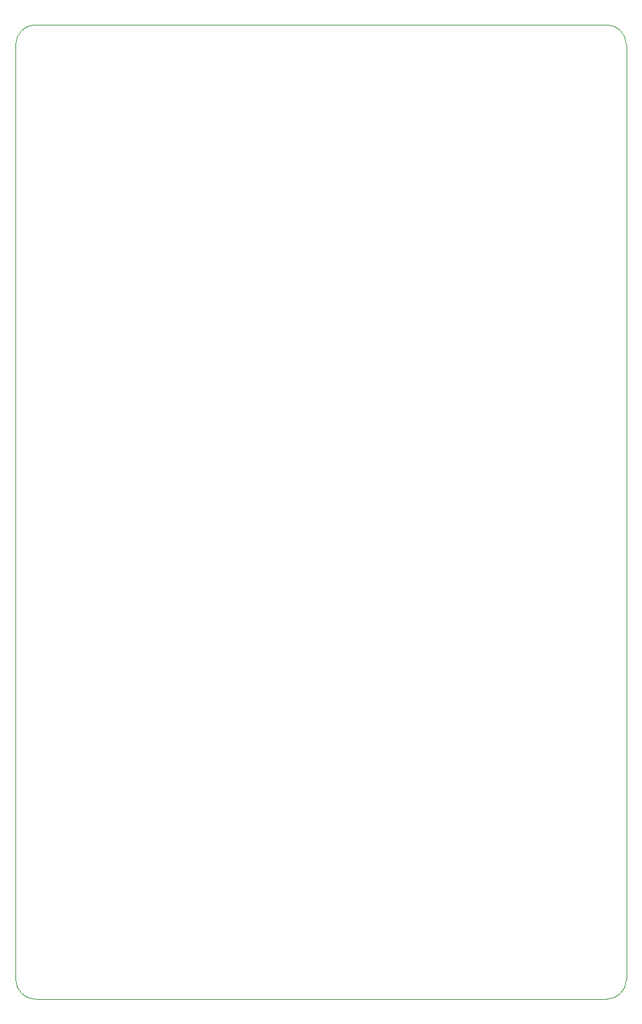
<source format=gbr>
G04 #@! TF.GenerationSoftware,KiCad,Pcbnew,(6.0.1)*
G04 #@! TF.CreationDate,2022-02-07T14:39:17-05:00*
G04 #@! TF.ProjectId,nt210,6e743231-302e-46b6-9963-61645f706362,rev?*
G04 #@! TF.SameCoordinates,Original*
G04 #@! TF.FileFunction,Profile,NP*
%FSLAX46Y46*%
G04 Gerber Fmt 4.6, Leading zero omitted, Abs format (unit mm)*
G04 Created by KiCad (PCBNEW (6.0.1)) date 2022-02-07 14:39:17*
%MOMM*%
%LPD*%
G01*
G04 APERTURE LIST*
G04 #@! TA.AperFunction,Profile*
%ADD10C,0.100000*%
G04 #@! TD*
G04 APERTURE END LIST*
D10*
X76675008Y-2525008D02*
G75*
G03*
X74175008Y-25008I-2500000J0D01*
G01*
X-474992Y-2525008D02*
X-474992Y-120625008D01*
X74175008Y-123125008D02*
G75*
G03*
X76675008Y-120625008I0J2500000D01*
G01*
X-474992Y-120625008D02*
G75*
G03*
X2025008Y-123125008I2500000J0D01*
G01*
X2025008Y-25008D02*
G75*
G03*
X-474992Y-2525008I0J-2500000D01*
G01*
X74175008Y-25008D02*
X2025008Y-25008D01*
X76675008Y-120625008D02*
X76675008Y-2525008D01*
X2025008Y-123125008D02*
X74175008Y-123125008D01*
M02*

</source>
